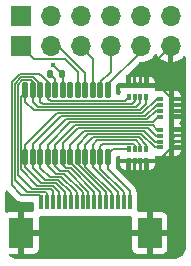
<source format=gbr>
%TF.GenerationSoftware,KiCad,Pcbnew,8.0.8-8.0.8-0~ubuntu24.04.1*%
%TF.CreationDate,2025-03-22T16:56:25+00:00*%
%TF.ProjectId,FSRrayDMUX-ADC,46535272-6179-4444-9d55-582d4144432e,rev?*%
%TF.SameCoordinates,Original*%
%TF.FileFunction,Copper,L4,Bot*%
%TF.FilePolarity,Positive*%
%FSLAX46Y46*%
G04 Gerber Fmt 4.6, Leading zero omitted, Abs format (unit mm)*
G04 Created by KiCad (PCBNEW 8.0.8-8.0.8-0~ubuntu24.04.1) date 2025-03-22 16:56:25*
%MOMM*%
%LPD*%
G01*
G04 APERTURE LIST*
G04 Aperture macros list*
%AMRoundRect*
0 Rectangle with rounded corners*
0 $1 Rounding radius*
0 $2 $3 $4 $5 $6 $7 $8 $9 X,Y pos of 4 corners*
0 Add a 4 corners polygon primitive as box body*
4,1,4,$2,$3,$4,$5,$6,$7,$8,$9,$2,$3,0*
0 Add four circle primitives for the rounded corners*
1,1,$1+$1,$2,$3*
1,1,$1+$1,$4,$5*
1,1,$1+$1,$6,$7*
1,1,$1+$1,$8,$9*
0 Add four rect primitives between the rounded corners*
20,1,$1+$1,$2,$3,$4,$5,0*
20,1,$1+$1,$4,$5,$6,$7,0*
20,1,$1+$1,$6,$7,$8,$9,0*
20,1,$1+$1,$8,$9,$2,$3,0*%
G04 Aperture macros list end*
%TA.AperFunction,ComponentPad*%
%ADD10R,1.700000X1.700000*%
%TD*%
%TA.AperFunction,ComponentPad*%
%ADD11O,1.700000X1.700000*%
%TD*%
%TA.AperFunction,SMDPad,CuDef*%
%ADD12R,0.300000X1.250000*%
%TD*%
%TA.AperFunction,SMDPad,CuDef*%
%ADD13R,2.000000X2.500000*%
%TD*%
%TA.AperFunction,SMDPad,CuDef*%
%ADD14R,0.400000X0.500000*%
%TD*%
%TA.AperFunction,SMDPad,CuDef*%
%ADD15R,0.300000X0.500000*%
%TD*%
%TA.AperFunction,SMDPad,CuDef*%
%ADD16R,0.500000X0.400000*%
%TD*%
%TA.AperFunction,SMDPad,CuDef*%
%ADD17R,0.500000X0.300000*%
%TD*%
%TA.AperFunction,SMDPad,CuDef*%
%ADD18RoundRect,0.140000X-0.140000X-0.170000X0.140000X-0.170000X0.140000X0.170000X-0.140000X0.170000X0*%
%TD*%
%TA.AperFunction,SMDPad,CuDef*%
%ADD19RoundRect,0.020500X0.184500X-0.599500X0.184500X0.599500X-0.184500X0.599500X-0.184500X-0.599500X0*%
%TD*%
%TA.AperFunction,ViaPad*%
%ADD20C,0.400000*%
%TD*%
%TA.AperFunction,Conductor*%
%ADD21C,0.127000*%
%TD*%
G04 APERTURE END LIST*
D10*
%TO.P,J1,1,Pin_1*%
%TO.N,/CS1*%
X148500000Y-125500000D03*
D11*
%TO.P,J1,2,Pin_2*%
%TO.N,/SCLK*%
X151040000Y-125500000D03*
%TO.P,J1,3,Pin_3*%
%TO.N,/MOSI*%
X153580000Y-125500000D03*
%TO.P,J1,4,Pin_4*%
%TO.N,/MISO*%
X156120000Y-125500000D03*
%TO.P,J1,5,Pin_5*%
%TO.N,/EOC1*%
X158660000Y-125500000D03*
%TO.P,J1,6,Pin_6*%
%TO.N,GND*%
X161200000Y-125500000D03*
%TD*%
D10*
%TO.P,J4,1,Pin_1*%
%TO.N,/S3*%
X148500000Y-122960000D03*
D11*
%TO.P,J4,2,Pin_2*%
%TO.N,/S2*%
X151040000Y-122960000D03*
%TO.P,J4,3,Pin_3*%
%TO.N,/EN1*%
X153580000Y-122960000D03*
%TO.P,J4,4,Pin_4*%
%TO.N,+5V*%
X156120000Y-122960000D03*
%TO.P,J4,5,Pin_5*%
%TO.N,/S0*%
X158660000Y-122960000D03*
%TO.P,J4,6,Pin_6*%
%TO.N,/S1*%
X161200000Y-122960000D03*
%TD*%
D12*
%TO.P,FPC2,1,1*%
%TO.N,Net-(ADC1-AIN0)*%
X157750000Y-138710000D03*
%TO.P,FPC2,2,2*%
%TO.N,Net-(ADC1-AIN1)*%
X157250000Y-138710000D03*
%TO.P,FPC2,3,3*%
%TO.N,Net-(ADC1-AIN2)*%
X156750000Y-138710000D03*
%TO.P,FPC2,4,4*%
%TO.N,Net-(ADC1-AIN3)*%
X156250000Y-138710000D03*
%TO.P,FPC2,5,5*%
%TO.N,Net-(ADC1-AIN4)*%
X155750000Y-138710000D03*
%TO.P,FPC2,6,6*%
%TO.N,Net-(ADC1-AIN5)*%
X155250000Y-138710000D03*
%TO.P,FPC2,7,7*%
%TO.N,Net-(ADC1-AIN6)*%
X154750000Y-138710000D03*
%TO.P,FPC2,8,8*%
%TO.N,Net-(ADC1-AIN7)*%
X154250000Y-138710000D03*
%TO.P,FPC2,9,9*%
%TO.N,Net-(ADC1-AIN8)*%
X153750000Y-138710000D03*
%TO.P,FPC2,10,10*%
%TO.N,Net-(ADC1-AIN9)*%
X153250000Y-138710000D03*
%TO.P,FPC2,11,11*%
%TO.N,Net-(ADC1-AIN10)*%
X152750000Y-138710000D03*
%TO.P,FPC2,12,12*%
%TO.N,Net-(ADC1-AIN11)*%
X152250000Y-138710000D03*
%TO.P,FPC2,13,13*%
%TO.N,Net-(ADC1-AIN12)*%
X151750000Y-138710000D03*
%TO.P,FPC2,14,14*%
%TO.N,Net-(ADC1-AIN13)*%
X151250000Y-138710000D03*
%TO.P,FPC2,15,15*%
%TO.N,Net-(ADC1-AIN14)*%
X150750000Y-138710000D03*
%TO.P,FPC2,16,16*%
%TO.N,Net-(ADC1-~{CNVST{slash}AIN15})*%
X150250000Y-138710000D03*
D13*
%TO.P,FPC2,17,17*%
%TO.N,GND*%
X148560000Y-141290000D03*
%TO.P,FPC2,18,18*%
X159440000Y-141290000D03*
%TD*%
D14*
%TO.P,RN4,1,R1.1*%
%TO.N,GND*%
X157650000Y-128800000D03*
D15*
%TO.P,RN4,2,R2.1*%
X158150000Y-128800000D03*
%TO.P,RN4,3,R3.1*%
X158650000Y-128800000D03*
D14*
%TO.P,RN4,4,R4.1*%
X159150000Y-128800000D03*
%TO.P,RN4,5,R4.2*%
%TO.N,Net-(ADC1-AIN12)*%
X159150000Y-129800000D03*
D15*
%TO.P,RN4,6,R3.2*%
%TO.N,Net-(ADC1-AIN13)*%
X158650000Y-129800000D03*
%TO.P,RN4,7,R2.2*%
%TO.N,Net-(ADC1-AIN14)*%
X158150000Y-129800000D03*
D14*
%TO.P,RN4,8,R1.2*%
%TO.N,Net-(ADC1-~{CNVST{slash}AIN15})*%
X157650000Y-129800000D03*
%TD*%
D16*
%TO.P,RN2,1,R1.1*%
%TO.N,GND*%
X161300000Y-132550000D03*
D17*
%TO.P,RN2,2,R2.1*%
X161300000Y-133050000D03*
%TO.P,RN2,3,R3.1*%
X161300000Y-133550000D03*
D16*
%TO.P,RN2,4,R4.1*%
X161300000Y-134050000D03*
%TO.P,RN2,5,R4.2*%
%TO.N,Net-(ADC1-AIN4)*%
X160300000Y-134050000D03*
D17*
%TO.P,RN2,6,R3.2*%
%TO.N,Net-(ADC1-AIN5)*%
X160300000Y-133550000D03*
%TO.P,RN2,7,R2.2*%
%TO.N,Net-(ADC1-AIN6)*%
X160300000Y-133050000D03*
D16*
%TO.P,RN2,8,R1.2*%
%TO.N,Net-(ADC1-AIN7)*%
X160300000Y-132550000D03*
%TD*%
D14*
%TO.P,RN1,1,R1.1*%
%TO.N,GND*%
X159150000Y-135200000D03*
D15*
%TO.P,RN1,2,R2.1*%
X158650000Y-135200000D03*
%TO.P,RN1,3,R3.1*%
X158150000Y-135200000D03*
D14*
%TO.P,RN1,4,R4.1*%
X157650000Y-135200000D03*
%TO.P,RN1,5,R4.2*%
%TO.N,Net-(ADC1-AIN0)*%
X157650000Y-134200000D03*
D15*
%TO.P,RN1,6,R3.2*%
%TO.N,Net-(ADC1-AIN1)*%
X158150000Y-134200000D03*
%TO.P,RN1,7,R2.2*%
%TO.N,Net-(ADC1-AIN2)*%
X158650000Y-134200000D03*
D14*
%TO.P,RN1,8,R1.2*%
%TO.N,Net-(ADC1-AIN3)*%
X159150000Y-134200000D03*
%TD*%
D18*
%TO.P,C1,1,1*%
%TO.N,Net-(ADC1-REF)*%
X151020000Y-127800000D03*
%TO.P,C1,2,2*%
%TO.N,GND*%
X151980000Y-127800000D03*
%TD*%
D16*
%TO.P,RN3,1,R1.1*%
%TO.N,GND*%
X161300000Y-129950000D03*
D17*
%TO.P,RN3,2,R2.1*%
X161300000Y-130450000D03*
%TO.P,RN3,3,R3.1*%
X161300000Y-130950000D03*
D16*
%TO.P,RN3,4,R4.1*%
X161300000Y-131450000D03*
%TO.P,RN3,5,R4.2*%
%TO.N,Net-(ADC1-AIN8)*%
X160300000Y-131450000D03*
D17*
%TO.P,RN3,6,R3.2*%
%TO.N,Net-(ADC1-AIN9)*%
X160300000Y-130950000D03*
%TO.P,RN3,7,R2.2*%
%TO.N,Net-(ADC1-AIN10)*%
X160300000Y-130450000D03*
D16*
%TO.P,RN3,8,R1.2*%
%TO.N,Net-(ADC1-AIN11)*%
X160300000Y-129950000D03*
%TD*%
D19*
%TO.P,ADC1,1,AIN0*%
%TO.N,Net-(ADC1-AIN0)*%
X155892500Y-134835000D03*
%TO.P,ADC1,2,AIN1*%
%TO.N,Net-(ADC1-AIN1)*%
X155257500Y-134835000D03*
%TO.P,ADC1,3,AIN2*%
%TO.N,Net-(ADC1-AIN2)*%
X154622500Y-134835000D03*
%TO.P,ADC1,4,AIN3*%
%TO.N,Net-(ADC1-AIN3)*%
X153987500Y-134835000D03*
%TO.P,ADC1,5,AIN4*%
%TO.N,Net-(ADC1-AIN4)*%
X153352500Y-134835000D03*
%TO.P,ADC1,6,AIN5*%
%TO.N,Net-(ADC1-AIN5)*%
X152717500Y-134835000D03*
%TO.P,ADC1,7,AIN6*%
%TO.N,Net-(ADC1-AIN6)*%
X152082500Y-134835000D03*
%TO.P,ADC1,8,AIN7*%
%TO.N,Net-(ADC1-AIN7)*%
X151447500Y-134835000D03*
%TO.P,ADC1,9,AIN8*%
%TO.N,Net-(ADC1-AIN8)*%
X150812500Y-134835000D03*
%TO.P,ADC1,10,AIN9*%
%TO.N,Net-(ADC1-AIN9)*%
X150177500Y-134835000D03*
%TO.P,ADC1,11,AIN10*%
%TO.N,Net-(ADC1-AIN10)*%
X149542500Y-134835000D03*
%TO.P,ADC1,12,AIN11*%
%TO.N,Net-(ADC1-AIN11)*%
X148907500Y-134835000D03*
%TO.P,ADC1,13,AIN12*%
%TO.N,Net-(ADC1-AIN12)*%
X148907500Y-129165000D03*
%TO.P,ADC1,14,AIN13*%
%TO.N,Net-(ADC1-AIN13)*%
X149542500Y-129165000D03*
%TO.P,ADC1,15,AIN14*%
%TO.N,Net-(ADC1-AIN14)*%
X150177500Y-129165000D03*
%TO.P,ADC1,16,~{CNVST/AIN15}*%
%TO.N,Net-(ADC1-~{CNVST{slash}AIN15})*%
X150812500Y-129165000D03*
%TO.P,ADC1,17,REF*%
%TO.N,Net-(ADC1-REF)*%
X151447500Y-129165000D03*
%TO.P,ADC1,18,GND*%
%TO.N,GND*%
X152082500Y-129165000D03*
%TO.P,ADC1,19,VDD*%
%TO.N,+5V*%
X152717500Y-129165000D03*
%TO.P,ADC1,20,~{CS}*%
%TO.N,/CS1*%
X153352500Y-129165000D03*
%TO.P,ADC1,21,SCLK*%
%TO.N,/SCLK*%
X153987500Y-129165000D03*
%TO.P,ADC1,22,DIN*%
%TO.N,/MOSI*%
X154622500Y-129165000D03*
%TO.P,ADC1,23,DOUT*%
%TO.N,/MISO*%
X155257500Y-129165000D03*
%TO.P,ADC1,24,~{EOC}*%
%TO.N,/EOC1*%
X155892500Y-129165000D03*
%TD*%
D20*
%TO.N,+5V*%
X152717500Y-129365000D03*
%TO.N,GND*%
X159440000Y-141290000D03*
X148560000Y-141290000D03*
X151280000Y-127100000D03*
%TD*%
D21*
%TO.N,/EOC1*%
X155892500Y-129365000D02*
X155892500Y-128707500D01*
X158660000Y-125940000D02*
X158660000Y-125500000D01*
X155892500Y-128707500D02*
X158660000Y-125940000D01*
%TO.N,/MISO*%
X155257500Y-129365000D02*
X155257500Y-128542500D01*
X156120000Y-127680000D02*
X156120000Y-125500000D01*
X155257500Y-128542500D02*
X156120000Y-127680000D01*
%TO.N,/MOSI*%
X154622500Y-129365000D02*
X154622500Y-126542500D01*
X154622500Y-126542500D02*
X153580000Y-125500000D01*
%TO.N,/SCLK*%
X151700000Y-125500000D02*
X151040000Y-125500000D01*
X153987500Y-129365000D02*
X153987500Y-127787500D01*
X153987500Y-127787500D02*
X151700000Y-125500000D01*
%TO.N,/CS1*%
X149600000Y-126600000D02*
X148500000Y-125500000D01*
X153352500Y-127652500D02*
X152300000Y-126600000D01*
X153352500Y-129365000D02*
X153352500Y-127652500D01*
X152300000Y-126600000D02*
X149600000Y-126600000D01*
%TO.N,GND*%
X160150000Y-135200000D02*
X157650000Y-135200000D01*
X159150000Y-127550000D02*
X161200000Y-125500000D01*
X159150000Y-128800000D02*
X159150000Y-127550000D01*
X161300000Y-129950000D02*
X161300000Y-134050000D01*
X160150000Y-128800000D02*
X161300000Y-129950000D01*
X157650000Y-128800000D02*
X159150000Y-128800000D01*
X152082500Y-127902500D02*
X151980000Y-127800000D01*
X152082500Y-129365000D02*
X152082500Y-127902500D01*
X151280000Y-127100000D02*
X151980000Y-127800000D01*
X159150000Y-128800000D02*
X160150000Y-128800000D01*
X161300000Y-134050000D02*
X160150000Y-135200000D01*
%TO.N,Net-(ADC1-~{CNVST{slash}AIN15})*%
X157304000Y-130146000D02*
X157650000Y-129800000D01*
X148471110Y-127800000D02*
X147738000Y-128533110D01*
X150812500Y-128512500D02*
X150300000Y-128000000D01*
X150812500Y-129365000D02*
X150812500Y-128512500D01*
X147738000Y-128533110D02*
X147738000Y-137238000D01*
X150300000Y-128000000D02*
X150100000Y-127800000D01*
X150250000Y-138250000D02*
X150250000Y-138710000D01*
X151046000Y-130146000D02*
X157304000Y-130146000D01*
X148578000Y-138078000D02*
X150078000Y-138078000D01*
X150100000Y-127800000D02*
X148471110Y-127800000D01*
X147738000Y-137238000D02*
X148578000Y-138078000D01*
X150812500Y-129365000D02*
X150812500Y-129912500D01*
X150812500Y-129912500D02*
X151046000Y-130146000D01*
X150078000Y-138078000D02*
X150250000Y-138250000D01*
%TO.N,Net-(ADC1-AIN14)*%
X150392501Y-130400000D02*
X157900000Y-130400000D01*
X147992000Y-128638320D02*
X148529820Y-128100500D01*
X150177500Y-128717030D02*
X150177500Y-129365000D01*
X150177500Y-130184999D02*
X150392501Y-130400000D01*
X148529820Y-128100500D02*
X149560970Y-128100500D01*
X150750000Y-138710000D02*
X150750000Y-137958000D01*
X150616000Y-137824000D02*
X149024000Y-137824000D01*
X150177500Y-129365000D02*
X150177500Y-130184999D01*
X147992000Y-136792000D02*
X147992000Y-128638320D01*
X157900000Y-130400000D02*
X158150000Y-130150000D01*
X149024000Y-137824000D02*
X147992000Y-136792000D01*
X150750000Y-137958000D02*
X150616000Y-137824000D01*
X158150000Y-130150000D02*
X158150000Y-129800000D01*
X149560970Y-128100500D02*
X150177500Y-128717030D01*
%TO.N,Net-(ADC1-AIN13)*%
X149542500Y-129365000D02*
X149542500Y-130184999D01*
X151250000Y-137709210D02*
X151110790Y-137570000D01*
X149542500Y-128542500D02*
X149542500Y-129365000D01*
X158271000Y-130654000D02*
X158650000Y-130275000D01*
X148635030Y-128354500D02*
X149354500Y-128354500D01*
X150011501Y-130654000D02*
X158271000Y-130654000D01*
X149542500Y-130184999D02*
X150011501Y-130654000D01*
X151250000Y-138710000D02*
X151250000Y-137709210D01*
X148246000Y-136346000D02*
X148246000Y-128743530D01*
X148246000Y-128743530D02*
X148635030Y-128354500D01*
X151110790Y-137570000D02*
X149470000Y-137570000D01*
X149354500Y-128354500D02*
X149542500Y-128542500D01*
X149470000Y-137570000D02*
X148246000Y-136346000D01*
X158650000Y-130275000D02*
X158650000Y-129800000D01*
%TO.N,Net-(ADC1-AIN12)*%
X151750000Y-138710000D02*
X151750000Y-137850000D01*
X148500000Y-129772500D02*
X148907500Y-129365000D01*
X151216000Y-137316000D02*
X149916000Y-137316000D01*
X151750000Y-137850000D02*
X151216000Y-137316000D01*
X148907500Y-130184999D02*
X149630501Y-130908000D01*
X149916000Y-137316000D02*
X148500000Y-135900000D01*
X148907500Y-129365000D02*
X148907500Y-130184999D01*
X149630501Y-130908000D02*
X158592000Y-130908000D01*
X159150000Y-130350000D02*
X159150000Y-129800000D01*
X158592000Y-130908000D02*
X159150000Y-130350000D01*
X148500000Y-135900000D02*
X148500000Y-129772500D01*
%TO.N,Net-(ADC1-AIN11)*%
X150262000Y-137062000D02*
X148907500Y-135707500D01*
X160019000Y-129950000D02*
X160300000Y-129950000D01*
X152250000Y-137850000D02*
X151462000Y-137062000D01*
X148907500Y-133815001D02*
X151560501Y-131162000D01*
X148907500Y-135707500D02*
X148907500Y-134635000D01*
X148907500Y-134635000D02*
X148907500Y-133815001D01*
X152250000Y-138710000D02*
X152250000Y-137850000D01*
X151462000Y-137062000D02*
X150262000Y-137062000D01*
X158807000Y-131162000D02*
X160019000Y-129950000D01*
X151560501Y-131162000D02*
X158807000Y-131162000D01*
%TO.N,Net-(ADC1-AIN10)*%
X150595501Y-136808000D02*
X149542500Y-135754999D01*
X152750000Y-137865500D02*
X151692500Y-136808000D01*
X149542500Y-133757500D02*
X151884000Y-131416000D01*
X149542500Y-135754999D02*
X149542500Y-134635000D01*
X152750000Y-138710000D02*
X152750000Y-137865500D01*
X159053000Y-131416000D02*
X160019000Y-130450000D01*
X149542500Y-134635000D02*
X149542500Y-133757500D01*
X160019000Y-130450000D02*
X160300000Y-130450000D01*
X151884000Y-131416000D02*
X159053000Y-131416000D01*
X151692500Y-136808000D02*
X150595501Y-136808000D01*
%TO.N,Net-(ADC1-AIN9)*%
X152322501Y-131670000D02*
X159249000Y-131670000D01*
X150954000Y-136554000D02*
X150177500Y-135777500D01*
X153250000Y-137850000D02*
X151954000Y-136554000D01*
X150177500Y-133815001D02*
X152322501Y-131670000D01*
X150177500Y-134635000D02*
X150177500Y-133815001D01*
X150177500Y-135777500D02*
X150177500Y-134635000D01*
X159249000Y-131670000D02*
X159969000Y-130950000D01*
X153250000Y-138710000D02*
X153250000Y-137850000D01*
X151954000Y-136554000D02*
X150954000Y-136554000D01*
X159969000Y-130950000D02*
X160300000Y-130950000D01*
%TO.N,Net-(ADC1-AIN8)*%
X150812500Y-135582970D02*
X150812500Y-134635000D01*
X153750000Y-138710000D02*
X153750000Y-137850000D01*
X150812500Y-134635000D02*
X150812500Y-133815001D01*
X150812500Y-133815001D02*
X152703501Y-131924000D01*
X151529530Y-136300000D02*
X150812500Y-135582970D01*
X152208000Y-136308000D02*
X152113320Y-136308000D01*
X159676000Y-131924000D02*
X160150000Y-131450000D01*
X152703501Y-131924000D02*
X159676000Y-131924000D01*
X152105320Y-136300000D02*
X151529530Y-136300000D01*
X153750000Y-137850000D02*
X152208000Y-136308000D01*
X152113320Y-136308000D02*
X152105320Y-136300000D01*
X160150000Y-131450000D02*
X160300000Y-131450000D01*
%TO.N,Net-(ADC1-AIN7)*%
X152218530Y-136054000D02*
X152210530Y-136046000D01*
X151447500Y-135647500D02*
X151447500Y-134635000D01*
X151447500Y-134635000D02*
X151447500Y-133815001D01*
X154250000Y-138710000D02*
X154250000Y-137800000D01*
X153084501Y-132178000D02*
X159678000Y-132178000D01*
X151846000Y-136046000D02*
X151447500Y-135647500D01*
X160050000Y-132550000D02*
X160300000Y-132550000D01*
X151447500Y-133815001D02*
X153084501Y-132178000D01*
X159678000Y-132178000D02*
X160050000Y-132550000D01*
X152210530Y-136046000D02*
X151846000Y-136046000D01*
X152504000Y-136054000D02*
X152218530Y-136054000D01*
X154250000Y-137800000D02*
X152504000Y-136054000D01*
%TO.N,Net-(ADC1-AIN6)*%
X159332000Y-132432000D02*
X159950000Y-133050000D01*
X154750000Y-138710000D02*
X154750000Y-137817210D01*
X152082500Y-134635000D02*
X152082500Y-133717500D01*
X154750000Y-137817210D02*
X152732790Y-135800000D01*
X152732790Y-135800000D02*
X152350000Y-135800000D01*
X152082500Y-135532500D02*
X152082500Y-134635000D01*
X152350000Y-135800000D02*
X152082500Y-135532500D01*
X152082500Y-133717500D02*
X153368000Y-132432000D01*
X153368000Y-132432000D02*
X159332000Y-132432000D01*
X159950000Y-133050000D02*
X160300000Y-133050000D01*
%TO.N,Net-(ADC1-AIN5)*%
X158986000Y-132686000D02*
X159850000Y-133550000D01*
X153846501Y-132686000D02*
X158986000Y-132686000D01*
X155250000Y-137850000D02*
X152717500Y-135317500D01*
X152717500Y-134635000D02*
X152717500Y-133815001D01*
X152717500Y-133815001D02*
X153846501Y-132686000D01*
X155250000Y-138710000D02*
X155250000Y-137850000D01*
X152717500Y-135317500D02*
X152717500Y-134635000D01*
X159850000Y-133550000D02*
X160300000Y-133550000D01*
%TO.N,Net-(ADC1-AIN4)*%
X158740000Y-132940000D02*
X159850000Y-134050000D01*
X154227501Y-132940000D02*
X158740000Y-132940000D01*
X153352500Y-134635000D02*
X153352500Y-133815001D01*
X153352500Y-135452500D02*
X153352500Y-134635000D01*
X153352500Y-133815001D02*
X154227501Y-132940000D01*
X155750000Y-137850000D02*
X153352500Y-135452500D01*
X159850000Y-134050000D02*
X160300000Y-134050000D01*
X155750000Y-138710000D02*
X155750000Y-137850000D01*
%TO.N,Net-(ADC1-AIN3)*%
X158521000Y-133194000D02*
X159150000Y-133823000D01*
X153987500Y-135687500D02*
X153987500Y-134635000D01*
X156250000Y-138710000D02*
X156250000Y-137950000D01*
X159150000Y-133823000D02*
X159150000Y-134200000D01*
X153987500Y-133815001D02*
X154608501Y-133194000D01*
X156250000Y-137950000D02*
X153987500Y-135687500D01*
X153987500Y-134635000D02*
X153987500Y-133815001D01*
X154608501Y-133194000D02*
X158521000Y-133194000D01*
%TO.N,Net-(ADC1-AIN2)*%
X154622500Y-135722500D02*
X154622500Y-134635000D01*
X158275000Y-133448000D02*
X158650000Y-133823000D01*
X156750000Y-137850000D02*
X154622500Y-135722500D01*
X154622500Y-134635000D02*
X154622500Y-133815001D01*
X154622500Y-133815001D02*
X154989501Y-133448000D01*
X154989501Y-133448000D02*
X158275000Y-133448000D01*
X158650000Y-133823000D02*
X158650000Y-134200000D01*
X156750000Y-138710000D02*
X156750000Y-137850000D01*
%TO.N,Net-(ADC1-AIN1)*%
X157250000Y-137850000D02*
X155257500Y-135857500D01*
X157250000Y-138710000D02*
X157250000Y-137850000D01*
X155440500Y-133759500D02*
X158040500Y-133759500D01*
X158040500Y-133759500D02*
X158150000Y-133869000D01*
X155257500Y-134635000D02*
X155257500Y-133942500D01*
X158150000Y-133869000D02*
X158150000Y-134200000D01*
X155257500Y-133942500D02*
X155440500Y-133759500D01*
X155257500Y-135857500D02*
X155257500Y-134635000D01*
%TO.N,Net-(ADC1-AIN0)*%
X157750000Y-138710000D02*
X157750000Y-137750000D01*
X155892500Y-135892500D02*
X155892500Y-134635000D01*
X155892500Y-134635000D02*
X156327500Y-134200000D01*
X156327500Y-134200000D02*
X157650000Y-134200000D01*
X157750000Y-137750000D02*
X155892500Y-135892500D01*
%TO.N,Net-(ADC1-REF)*%
X151447500Y-129365000D02*
X151447500Y-128227500D01*
X151447500Y-128227500D02*
X151020000Y-127800000D01*
%TD*%
%TA.AperFunction,Conductor*%
%TO.N,GND*%
G36*
X161450000Y-126830633D02*
G01*
X161663483Y-126773433D01*
X161663492Y-126773429D01*
X161877578Y-126673600D01*
X162071082Y-126538105D01*
X162238107Y-126371080D01*
X162263925Y-126334209D01*
X162318501Y-126290584D01*
X162388000Y-126283390D01*
X162450355Y-126314912D01*
X162485769Y-126375142D01*
X162489500Y-126405332D01*
X162489500Y-142494587D01*
X162489028Y-142505395D01*
X162475412Y-142661017D01*
X162471659Y-142682303D01*
X162432633Y-142827950D01*
X162425240Y-142848261D01*
X162361517Y-142984915D01*
X162350710Y-143003633D01*
X162264220Y-143127154D01*
X162250326Y-143143712D01*
X162143712Y-143250326D01*
X162127154Y-143264220D01*
X162003633Y-143350710D01*
X161984915Y-143361517D01*
X161848261Y-143425240D01*
X161827950Y-143432633D01*
X161682303Y-143471659D01*
X161661017Y-143475412D01*
X161527247Y-143487116D01*
X161505393Y-143489028D01*
X161494588Y-143489500D01*
X148205412Y-143489500D01*
X148194606Y-143489028D01*
X148169584Y-143486838D01*
X148038982Y-143475412D01*
X148017696Y-143471659D01*
X147872049Y-143432633D01*
X147851738Y-143425240D01*
X147715084Y-143361517D01*
X147696366Y-143350710D01*
X147574780Y-143265575D01*
X147531155Y-143210998D01*
X147523961Y-143141500D01*
X147555484Y-143079145D01*
X147615714Y-143043731D01*
X147645903Y-143040000D01*
X148310000Y-143040000D01*
X148810000Y-143040000D01*
X149607828Y-143040000D01*
X149607844Y-143039999D01*
X149667372Y-143033598D01*
X149667379Y-143033596D01*
X149802086Y-142983354D01*
X149802093Y-142983350D01*
X149917187Y-142897190D01*
X149917190Y-142897187D01*
X150003350Y-142782093D01*
X150003354Y-142782086D01*
X150053596Y-142647379D01*
X150053598Y-142647372D01*
X150059999Y-142587844D01*
X157940000Y-142587844D01*
X157946401Y-142647372D01*
X157946403Y-142647379D01*
X157996645Y-142782086D01*
X157996649Y-142782093D01*
X158082809Y-142897187D01*
X158082812Y-142897190D01*
X158197906Y-142983350D01*
X158197913Y-142983354D01*
X158332620Y-143033596D01*
X158332627Y-143033598D01*
X158392155Y-143039999D01*
X158392172Y-143040000D01*
X159190000Y-143040000D01*
X159690000Y-143040000D01*
X160487828Y-143040000D01*
X160487844Y-143039999D01*
X160547372Y-143033598D01*
X160547379Y-143033596D01*
X160682086Y-142983354D01*
X160682093Y-142983350D01*
X160797187Y-142897190D01*
X160797190Y-142897187D01*
X160883350Y-142782093D01*
X160883354Y-142782086D01*
X160933596Y-142647379D01*
X160933598Y-142647372D01*
X160939999Y-142587844D01*
X160940000Y-142587827D01*
X160940000Y-141540000D01*
X159690000Y-141540000D01*
X159690000Y-143040000D01*
X159190000Y-143040000D01*
X159190000Y-141540000D01*
X157940000Y-141540000D01*
X157940000Y-142587844D01*
X150059999Y-142587844D01*
X150060000Y-142587827D01*
X150060000Y-141540000D01*
X148810000Y-141540000D01*
X148810000Y-143040000D01*
X148310000Y-143040000D01*
X148310000Y-139540000D01*
X147512155Y-139540000D01*
X147452627Y-139546401D01*
X147452620Y-139546403D01*
X147377833Y-139574297D01*
X147308141Y-139579281D01*
X147246818Y-139545796D01*
X147213334Y-139484473D01*
X147210500Y-139458115D01*
X147210500Y-137807478D01*
X147230185Y-137740439D01*
X147282989Y-137694684D01*
X147352147Y-137684740D01*
X147415703Y-137713765D01*
X147422181Y-137719797D01*
X148122346Y-138419962D01*
X148122356Y-138419973D01*
X148126686Y-138424303D01*
X148126687Y-138424304D01*
X148231696Y-138529313D01*
X148313229Y-138576386D01*
X148360303Y-138603565D01*
X148503747Y-138642000D01*
X148503748Y-138642000D01*
X149475500Y-138642000D01*
X149542539Y-138661685D01*
X149588294Y-138714489D01*
X149599500Y-138766000D01*
X149599500Y-139382870D01*
X149599501Y-139382881D01*
X149601637Y-139402749D01*
X149589229Y-139471508D01*
X149541617Y-139522644D01*
X149478347Y-139540000D01*
X148810000Y-139540000D01*
X148810000Y-141040000D01*
X150060000Y-141040000D01*
X150060000Y-139992172D01*
X150059999Y-139992158D01*
X150057913Y-139972756D01*
X150070317Y-139903996D01*
X150117927Y-139852858D01*
X150181199Y-139835499D01*
X150447872Y-139835499D01*
X150447885Y-139835498D01*
X150486744Y-139831320D01*
X150513252Y-139831320D01*
X150552127Y-139835500D01*
X150947872Y-139835499D01*
X150947873Y-139835498D01*
X150947885Y-139835498D01*
X150986744Y-139831320D01*
X151013252Y-139831320D01*
X151052127Y-139835500D01*
X151447872Y-139835499D01*
X151447873Y-139835498D01*
X151447885Y-139835498D01*
X151486744Y-139831320D01*
X151513252Y-139831320D01*
X151552127Y-139835500D01*
X151947872Y-139835499D01*
X151947873Y-139835498D01*
X151947885Y-139835498D01*
X151986744Y-139831320D01*
X152013252Y-139831320D01*
X152052127Y-139835500D01*
X152447872Y-139835499D01*
X152447873Y-139835498D01*
X152447885Y-139835498D01*
X152486744Y-139831320D01*
X152513252Y-139831320D01*
X152552127Y-139835500D01*
X152947872Y-139835499D01*
X152947873Y-139835498D01*
X152947885Y-139835498D01*
X152986744Y-139831320D01*
X153013252Y-139831320D01*
X153052127Y-139835500D01*
X153447872Y-139835499D01*
X153447873Y-139835498D01*
X153447885Y-139835498D01*
X153486744Y-139831320D01*
X153513252Y-139831320D01*
X153552127Y-139835500D01*
X153947872Y-139835499D01*
X153947873Y-139835498D01*
X153947885Y-139835498D01*
X153986744Y-139831320D01*
X154013252Y-139831320D01*
X154052127Y-139835500D01*
X154447872Y-139835499D01*
X154447873Y-139835498D01*
X154447885Y-139835498D01*
X154486744Y-139831320D01*
X154513252Y-139831320D01*
X154552127Y-139835500D01*
X154947872Y-139835499D01*
X154947873Y-139835498D01*
X154947885Y-139835498D01*
X154986744Y-139831320D01*
X155013252Y-139831320D01*
X155052127Y-139835500D01*
X155447872Y-139835499D01*
X155447873Y-139835498D01*
X155447885Y-139835498D01*
X155486744Y-139831320D01*
X155513252Y-139831320D01*
X155552127Y-139835500D01*
X155947872Y-139835499D01*
X155947873Y-139835498D01*
X155947885Y-139835498D01*
X155986744Y-139831320D01*
X156013252Y-139831320D01*
X156052127Y-139835500D01*
X156447872Y-139835499D01*
X156447873Y-139835498D01*
X156447885Y-139835498D01*
X156486744Y-139831320D01*
X156513252Y-139831320D01*
X156552127Y-139835500D01*
X156947872Y-139835499D01*
X156947873Y-139835498D01*
X156947885Y-139835498D01*
X156986744Y-139831320D01*
X157013252Y-139831320D01*
X157052127Y-139835500D01*
X157447872Y-139835499D01*
X157447873Y-139835498D01*
X157447885Y-139835498D01*
X157486744Y-139831320D01*
X157513252Y-139831320D01*
X157552127Y-139835500D01*
X157818798Y-139835499D01*
X157885836Y-139855183D01*
X157931591Y-139907987D01*
X157942087Y-139972750D01*
X157940000Y-139992161D01*
X157940000Y-141040000D01*
X159190000Y-141040000D01*
X159690000Y-141040000D01*
X160940000Y-141040000D01*
X160940000Y-139992172D01*
X160939999Y-139992155D01*
X160933598Y-139932627D01*
X160933596Y-139932620D01*
X160883354Y-139797913D01*
X160883350Y-139797906D01*
X160797190Y-139682812D01*
X160797187Y-139682809D01*
X160682093Y-139596649D01*
X160682086Y-139596645D01*
X160547379Y-139546403D01*
X160547372Y-139546401D01*
X160487844Y-139540000D01*
X159690000Y-139540000D01*
X159690000Y-141040000D01*
X159190000Y-141040000D01*
X159190000Y-139540000D01*
X158521653Y-139540000D01*
X158454614Y-139520315D01*
X158408859Y-139467511D01*
X158398363Y-139402747D01*
X158400500Y-139382873D01*
X158400499Y-138037128D01*
X158394091Y-137977517D01*
X158343796Y-137842669D01*
X158338734Y-137835907D01*
X158314317Y-137770442D01*
X158314001Y-137761596D01*
X158314001Y-137675750D01*
X158314001Y-137675748D01*
X158275565Y-137532304D01*
X158231335Y-137455696D01*
X158201315Y-137403699D01*
X158201310Y-137403693D01*
X156580034Y-135782418D01*
X156546549Y-135721095D01*
X156551533Y-135651403D01*
X156552328Y-135649331D01*
X156587945Y-135559014D01*
X156595291Y-135497844D01*
X156950000Y-135497844D01*
X156956401Y-135557372D01*
X156956403Y-135557379D01*
X157006645Y-135692086D01*
X157006649Y-135692093D01*
X157092809Y-135807187D01*
X157092812Y-135807190D01*
X157207906Y-135893350D01*
X157207913Y-135893354D01*
X157342620Y-135943596D01*
X157342627Y-135943598D01*
X157402155Y-135949999D01*
X157402172Y-135950000D01*
X157450000Y-135950000D01*
X157850000Y-135950000D01*
X157897821Y-135950000D01*
X157911737Y-135948503D01*
X157938263Y-135948503D01*
X157952179Y-135950000D01*
X158000000Y-135950000D01*
X158300000Y-135950000D01*
X158347821Y-135950000D01*
X158347831Y-135949999D01*
X158386742Y-135945815D01*
X158413258Y-135945815D01*
X158452168Y-135949999D01*
X158452179Y-135950000D01*
X158500000Y-135950000D01*
X158800000Y-135950000D01*
X158847821Y-135950000D01*
X158861737Y-135948503D01*
X158888263Y-135948503D01*
X158902179Y-135950000D01*
X158950000Y-135950000D01*
X159350000Y-135950000D01*
X159397828Y-135950000D01*
X159397844Y-135949999D01*
X159457372Y-135943598D01*
X159457379Y-135943596D01*
X159592086Y-135893354D01*
X159592093Y-135893350D01*
X159707187Y-135807190D01*
X159707190Y-135807187D01*
X159793350Y-135692093D01*
X159793354Y-135692086D01*
X159843596Y-135557379D01*
X159843598Y-135557372D01*
X159849999Y-135497844D01*
X159850000Y-135497827D01*
X159850000Y-135400000D01*
X159350000Y-135400000D01*
X159350000Y-135950000D01*
X158950000Y-135950000D01*
X158950000Y-135400000D01*
X158800000Y-135400000D01*
X158800000Y-135950000D01*
X158500000Y-135950000D01*
X158500000Y-135400000D01*
X158300000Y-135400000D01*
X158300000Y-135950000D01*
X158000000Y-135950000D01*
X158000000Y-135400000D01*
X157850000Y-135400000D01*
X157850000Y-135950000D01*
X157450000Y-135950000D01*
X157450000Y-135400000D01*
X156950000Y-135400000D01*
X156950000Y-135497844D01*
X156595291Y-135497844D01*
X156598000Y-135475286D01*
X156598000Y-134888000D01*
X156617685Y-134820961D01*
X156670489Y-134775206D01*
X156722000Y-134764000D01*
X156826809Y-134764000D01*
X156893848Y-134783685D01*
X156939603Y-134836489D01*
X156949700Y-134898821D01*
X156950178Y-134898847D01*
X156950060Y-134901041D01*
X156950097Y-134901267D01*
X156950000Y-134902164D01*
X156950000Y-135000000D01*
X159850000Y-135000000D01*
X159850000Y-134902172D01*
X159849999Y-134902158D01*
X159848173Y-134885174D01*
X159860577Y-134816414D01*
X159908187Y-134765276D01*
X159975886Y-134747996D01*
X159984710Y-134748627D01*
X160002127Y-134750500D01*
X160597872Y-134750499D01*
X160657483Y-134744091D01*
X160757382Y-134706830D01*
X160827072Y-134701847D01*
X160844047Y-134706831D01*
X160942620Y-134743596D01*
X160942627Y-134743598D01*
X161002155Y-134749999D01*
X161002172Y-134750000D01*
X161100000Y-134750000D01*
X161500000Y-134750000D01*
X161597828Y-134750000D01*
X161597844Y-134749999D01*
X161657372Y-134743598D01*
X161657379Y-134743596D01*
X161792086Y-134693354D01*
X161792093Y-134693350D01*
X161907187Y-134607190D01*
X161907190Y-134607187D01*
X161993350Y-134492093D01*
X161993354Y-134492086D01*
X162043596Y-134357379D01*
X162043598Y-134357372D01*
X162049999Y-134297844D01*
X162050000Y-134297827D01*
X162050000Y-134250000D01*
X161500000Y-134250000D01*
X161500000Y-134750000D01*
X161100000Y-134750000D01*
X161100000Y-133850000D01*
X161500000Y-133850000D01*
X162050000Y-133850000D01*
X162050000Y-133802178D01*
X162048503Y-133788263D01*
X162048503Y-133761737D01*
X162050000Y-133747821D01*
X162050000Y-133700000D01*
X161500000Y-133700000D01*
X161500000Y-133850000D01*
X161100000Y-133850000D01*
X161100000Y-133400000D01*
X161500000Y-133400000D01*
X162050000Y-133400000D01*
X162050000Y-133352179D01*
X162049999Y-133352168D01*
X162045815Y-133313258D01*
X162045815Y-133286742D01*
X162049999Y-133247831D01*
X162050000Y-133247821D01*
X162050000Y-133200000D01*
X161500000Y-133200000D01*
X161500000Y-133400000D01*
X161100000Y-133400000D01*
X161100000Y-132900000D01*
X161500000Y-132900000D01*
X162050000Y-132900000D01*
X162050000Y-132852178D01*
X162048503Y-132838263D01*
X162048503Y-132811737D01*
X162050000Y-132797821D01*
X162050000Y-132750000D01*
X161500000Y-132750000D01*
X161500000Y-132900000D01*
X161100000Y-132900000D01*
X161100000Y-132350000D01*
X161500000Y-132350000D01*
X162050000Y-132350000D01*
X162050000Y-132302172D01*
X162049999Y-132302155D01*
X162043598Y-132242627D01*
X162043597Y-132242623D01*
X161993351Y-132107909D01*
X161968200Y-132074312D01*
X161943782Y-132008848D01*
X161958633Y-131940575D01*
X161968200Y-131925688D01*
X161993351Y-131892090D01*
X162043597Y-131757376D01*
X162043598Y-131757372D01*
X162049999Y-131697844D01*
X162050000Y-131697827D01*
X162050000Y-131650000D01*
X161500000Y-131650000D01*
X161500000Y-132350000D01*
X161100000Y-132350000D01*
X161100000Y-131250000D01*
X161500000Y-131250000D01*
X162050000Y-131250000D01*
X162050000Y-131202178D01*
X162048503Y-131188263D01*
X162048503Y-131161737D01*
X162050000Y-131147821D01*
X162050000Y-131100000D01*
X161500000Y-131100000D01*
X161500000Y-131250000D01*
X161100000Y-131250000D01*
X161100000Y-130800000D01*
X161500000Y-130800000D01*
X162050000Y-130800000D01*
X162050000Y-130752179D01*
X162049999Y-130752168D01*
X162045815Y-130713258D01*
X162045815Y-130686742D01*
X162049999Y-130647831D01*
X162050000Y-130647821D01*
X162050000Y-130600000D01*
X161500000Y-130600000D01*
X161500000Y-130800000D01*
X161100000Y-130800000D01*
X161100000Y-130300000D01*
X161500000Y-130300000D01*
X162050000Y-130300000D01*
X162050000Y-130252178D01*
X162048503Y-130238263D01*
X162048503Y-130211737D01*
X162050000Y-130197821D01*
X162050000Y-130150000D01*
X161500000Y-130150000D01*
X161500000Y-130300000D01*
X161100000Y-130300000D01*
X161100000Y-129750000D01*
X161500000Y-129750000D01*
X162050000Y-129750000D01*
X162050000Y-129702172D01*
X162049999Y-129702155D01*
X162043598Y-129642627D01*
X162043596Y-129642620D01*
X161993354Y-129507913D01*
X161993350Y-129507906D01*
X161907190Y-129392812D01*
X161907187Y-129392809D01*
X161792093Y-129306649D01*
X161792086Y-129306645D01*
X161657379Y-129256403D01*
X161657372Y-129256401D01*
X161597844Y-129250000D01*
X161500000Y-129250000D01*
X161500000Y-129750000D01*
X161100000Y-129750000D01*
X161100000Y-129250000D01*
X161002155Y-129250000D01*
X160942627Y-129256401D01*
X160942617Y-129256403D01*
X160844046Y-129293168D01*
X160774355Y-129298152D01*
X160757381Y-129293168D01*
X160657486Y-129255910D01*
X160657485Y-129255909D01*
X160657483Y-129255909D01*
X160597873Y-129249500D01*
X160597863Y-129249500D01*
X160002129Y-129249500D01*
X160002113Y-129249501D01*
X159984711Y-129251372D01*
X159915952Y-129238963D01*
X159864817Y-129191350D01*
X159847541Y-129123650D01*
X159848173Y-129114825D01*
X159849999Y-129097841D01*
X159850000Y-129097827D01*
X159850000Y-129000000D01*
X156950000Y-129000000D01*
X156950000Y-129097844D01*
X156956401Y-129157372D01*
X156956403Y-129157380D01*
X156993168Y-129255952D01*
X156998152Y-129325644D01*
X156993168Y-129342617D01*
X156955909Y-129442514D01*
X156955908Y-129442516D01*
X156952819Y-129471255D01*
X156926081Y-129535806D01*
X156868689Y-129575655D01*
X156829530Y-129582000D01*
X156722000Y-129582000D01*
X156654961Y-129562315D01*
X156609206Y-129509511D01*
X156598000Y-129458000D01*
X156598000Y-128850977D01*
X156617685Y-128783938D01*
X156634309Y-128763306D01*
X156786131Y-128611484D01*
X156847449Y-128578003D01*
X156917140Y-128582987D01*
X156943612Y-128600000D01*
X157450000Y-128600000D01*
X157850000Y-128600000D01*
X158000000Y-128600000D01*
X158300000Y-128600000D01*
X158500000Y-128600000D01*
X158800000Y-128600000D01*
X158950000Y-128600000D01*
X159350000Y-128600000D01*
X159850000Y-128600000D01*
X159850000Y-128502172D01*
X159849999Y-128502155D01*
X159843598Y-128442627D01*
X159843596Y-128442620D01*
X159793354Y-128307913D01*
X159793350Y-128307906D01*
X159707190Y-128192812D01*
X159707187Y-128192809D01*
X159592093Y-128106649D01*
X159592086Y-128106645D01*
X159457379Y-128056403D01*
X159457372Y-128056401D01*
X159397844Y-128050000D01*
X159350000Y-128050000D01*
X159350000Y-128600000D01*
X158950000Y-128600000D01*
X158950000Y-128050000D01*
X158902167Y-128050000D01*
X158888253Y-128051496D01*
X158861747Y-128051496D01*
X158847832Y-128050000D01*
X158800000Y-128050000D01*
X158800000Y-128600000D01*
X158500000Y-128600000D01*
X158500000Y-128050000D01*
X158452164Y-128050000D01*
X158413252Y-128054183D01*
X158386748Y-128054183D01*
X158347835Y-128050000D01*
X158300000Y-128050000D01*
X158300000Y-128600000D01*
X158000000Y-128600000D01*
X158000000Y-128050000D01*
X157952167Y-128050000D01*
X157938253Y-128051496D01*
X157911747Y-128051496D01*
X157897832Y-128050000D01*
X157850000Y-128050000D01*
X157850000Y-128600000D01*
X157450000Y-128600000D01*
X157450000Y-127998976D01*
X157469685Y-127931937D01*
X157486312Y-127911302D01*
X158510568Y-126887046D01*
X158571889Y-126853563D01*
X158609050Y-126851201D01*
X158660000Y-126855659D01*
X158895408Y-126835063D01*
X159123663Y-126773903D01*
X159337830Y-126674035D01*
X159531401Y-126538495D01*
X159698495Y-126371401D01*
X159828730Y-126185405D01*
X159883307Y-126141781D01*
X159952805Y-126134587D01*
X160015160Y-126166110D01*
X160031879Y-126185405D01*
X160161890Y-126371078D01*
X160328917Y-126538105D01*
X160522421Y-126673600D01*
X160736507Y-126773429D01*
X160736516Y-126773433D01*
X160950000Y-126830634D01*
X160950000Y-125933012D01*
X161007007Y-125965925D01*
X161134174Y-126000000D01*
X161265826Y-126000000D01*
X161392993Y-125965925D01*
X161450000Y-125933012D01*
X161450000Y-126830633D01*
G37*
%TD.AperFunction*%
%TD*%
M02*

</source>
